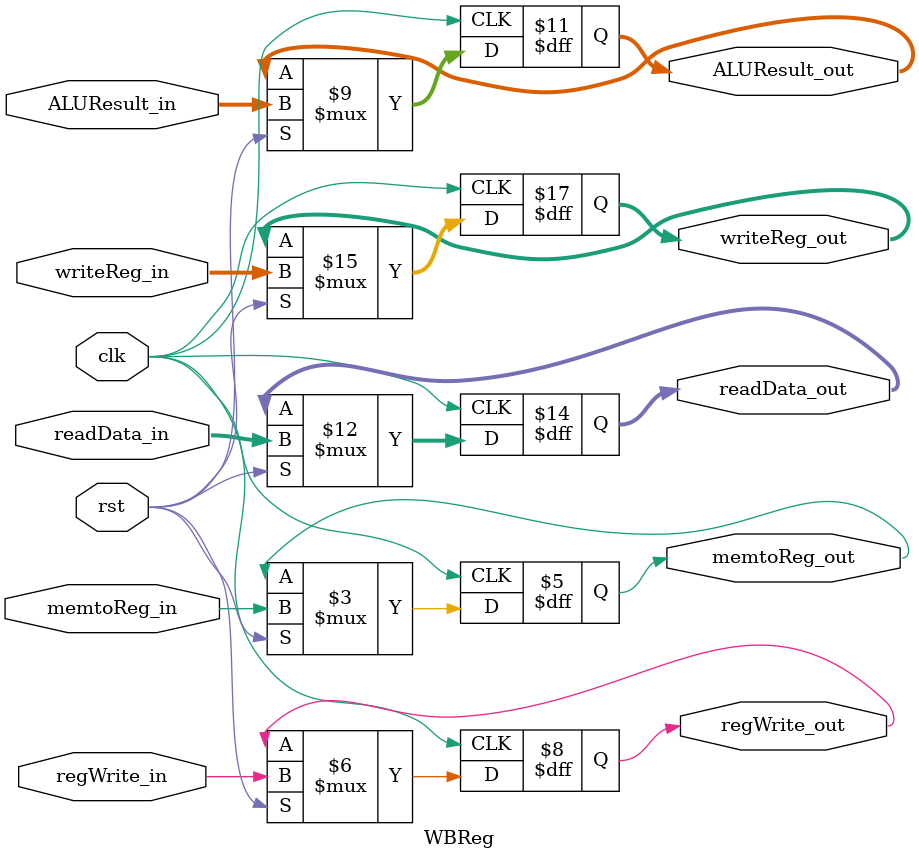
<source format=v>
module WBReg(
    input clk,
    input rst,
    input memtoReg_in,
    input regWrite_in,
    input [31:0] ALUResult_in,
    input [31:0] readData_in,
    input [4:0] writeReg_in,
    output reg memtoReg_out,
    output reg regWrite_out,
    output reg [31:0] ALUResult_out,
    output reg [31:0] readData_out,
    output reg [4:0] writeReg_out
);
    always @(posedge clk, negedge rst) begin
        if (~rst) begin
            memtoReg_out <= memtoReg_out;
            regWrite_out <= regWrite_out;
            ALUResult_out <= ALUResult_out;
            readData_out <= readData_out;
            writeReg_out <= writeReg_out;
        end
        else begin
            memtoReg_out <= memtoReg_in;
            regWrite_out <= regWrite_in;
            ALUResult_out <= ALUResult_in;
            readData_out <= readData_in;
            writeReg_out <= writeReg_in;
        end
    end

endmodule

</source>
